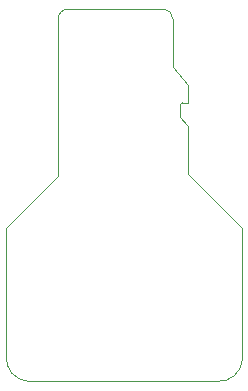
<source format=gbr>
G04 #@! TF.GenerationSoftware,KiCad,Pcbnew,(5.1.8)-1*
G04 #@! TF.CreationDate,2021-01-19T07:48:20+02:00*
G04 #@! TF.ProjectId,emmc-adapter,656d6d63-2d61-4646-9170-7465722e6b69,rev?*
G04 #@! TF.SameCoordinates,Original*
G04 #@! TF.FileFunction,Profile,NP*
%FSLAX46Y46*%
G04 Gerber Fmt 4.6, Leading zero omitted, Abs format (unit mm)*
G04 Created by KiCad (PCBNEW (5.1.8)-1) date 2021-01-19 07:48:20*
%MOMM*%
%LPD*%
G01*
G04 APERTURE LIST*
G04 #@! TA.AperFunction,Profile*
%ADD10C,0.050000*%
G04 #@! TD*
G04 APERTURE END LIST*
D10*
X110850000Y-82500000D02*
G75*
G02*
X109000000Y-80350002I149999J1999999D01*
G01*
X128999999Y-80649999D02*
G75*
G02*
X126850001Y-82499999I-1999999J149999D01*
G01*
X123700000Y-59100000D02*
G75*
G02*
X123900000Y-58900000I200000J0D01*
G01*
X124400000Y-58900000D02*
X123900000Y-58900000D01*
X122399512Y-50999795D02*
G75*
G02*
X123100000Y-51800000I-86243J-782197D01*
G01*
X113400110Y-51813269D02*
G75*
G02*
X114200000Y-51000000I799890J13269D01*
G01*
X114200000Y-51000000D02*
X122399489Y-51000000D01*
X123100000Y-55900000D02*
X123100000Y-51800000D01*
X124400000Y-57400000D02*
X123100000Y-55900000D01*
X124400000Y-58900000D02*
X124400000Y-57400000D01*
X123700000Y-60100000D02*
X123700000Y-59100000D01*
X124400000Y-60900000D02*
X123700000Y-60100000D01*
X124400000Y-64900000D02*
X124400000Y-60900000D01*
X113400000Y-65100000D02*
X113250000Y-65250000D01*
X113400110Y-51813269D02*
X113400000Y-65100000D01*
X129000000Y-69500000D02*
X124400000Y-64900000D01*
X128999999Y-80649999D02*
X129000000Y-69500000D01*
X109000000Y-69500000D02*
X113250000Y-65250000D01*
X109000000Y-80350002D02*
X109000000Y-69500000D01*
X126850001Y-82499999D02*
X110850000Y-82500000D01*
M02*

</source>
